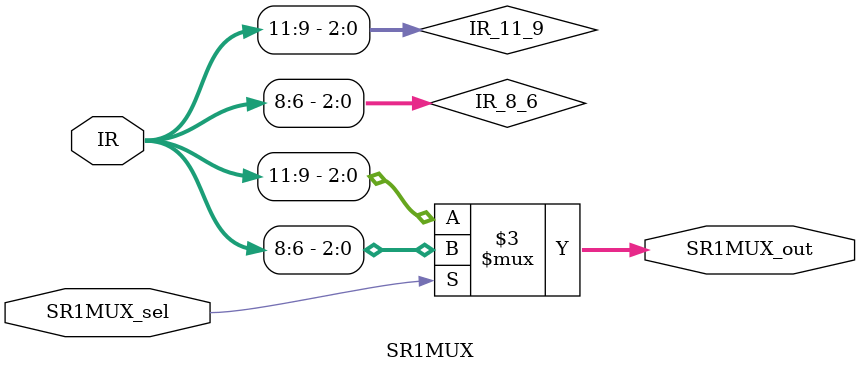
<source format=sv>
module SR1MUX (
						input logic [15:0] IR,
						input logic SR1MUX_sel,
						output logic [2:0] SR1MUX_out);
						
						logic [2:0] IR_8_6, IR_11_9;
						assign IR_8_6 = IR[8:6];
						assign IR_11_9 = IR[11:9];
						
						always_comb
						begin
							if (SR1MUX_sel) begin
								SR1MUX_out = IR_8_6;
							end
							
							else begin
								SR1MUX_out = IR_11_9;
							end
						end
endmodule
</source>
